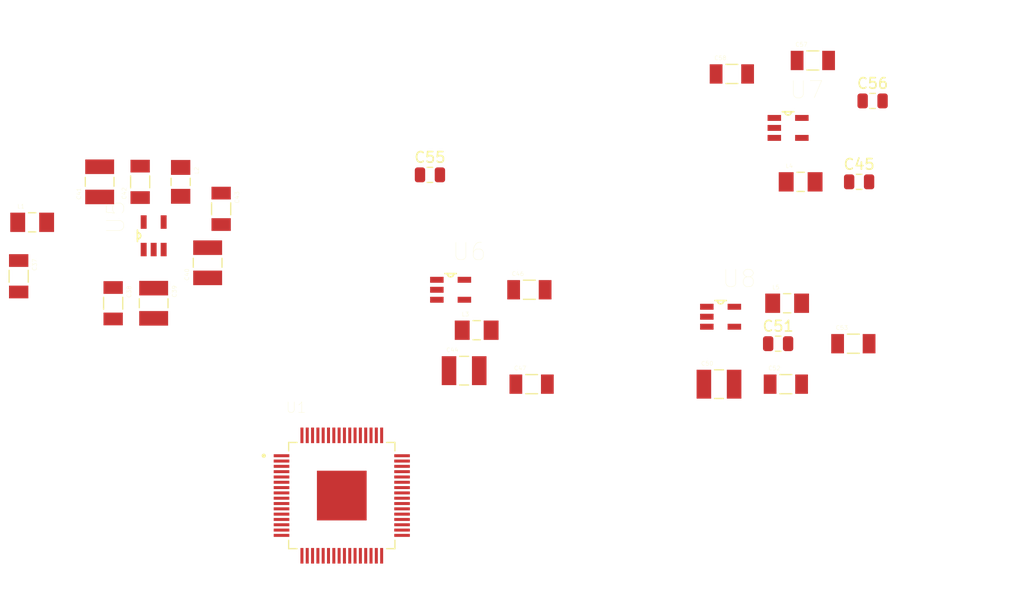
<source format=kicad_pcb>
(kicad_pcb (version 20171130) (host pcbnew 5.1.5-52549c5~84~ubuntu18.04.1)

  (general
    (thickness 1.6)
    (drawings 0)
    (tracks 0)
    (zones 0)
    (modules 29)
    (nets 82)
  )

  (page A4)
  (layers
    (0 F.Cu signal)
    (31 B.Cu signal)
    (32 B.Adhes user)
    (33 F.Adhes user)
    (34 B.Paste user)
    (35 F.Paste user)
    (36 B.SilkS user)
    (37 F.SilkS user)
    (38 B.Mask user)
    (39 F.Mask user)
    (40 Dwgs.User user)
    (41 Cmts.User user)
    (42 Eco1.User user)
    (43 Eco2.User user)
    (44 Edge.Cuts user)
    (45 Margin user)
    (46 B.CrtYd user)
    (47 F.CrtYd user)
    (48 B.Fab user)
    (49 F.Fab user)
  )

  (setup
    (last_trace_width 0.25)
    (trace_clearance 0.2)
    (zone_clearance 0.508)
    (zone_45_only no)
    (trace_min 0.2)
    (via_size 0.8)
    (via_drill 0.4)
    (via_min_size 0.4)
    (via_min_drill 0.3)
    (uvia_size 0.3)
    (uvia_drill 0.1)
    (uvias_allowed no)
    (uvia_min_size 0.2)
    (uvia_min_drill 0.1)
    (edge_width 0.05)
    (segment_width 0.2)
    (pcb_text_width 0.3)
    (pcb_text_size 1.5 1.5)
    (mod_edge_width 0.12)
    (mod_text_size 1 1)
    (mod_text_width 0.15)
    (pad_size 1.524 1.524)
    (pad_drill 0.762)
    (pad_to_mask_clearance 0.051)
    (solder_mask_min_width 0.25)
    (aux_axis_origin 0 0)
    (visible_elements FFFFFF7F)
    (pcbplotparams
      (layerselection 0x010fc_ffffffff)
      (usegerberextensions false)
      (usegerberattributes false)
      (usegerberadvancedattributes false)
      (creategerberjobfile false)
      (excludeedgelayer true)
      (linewidth 0.100000)
      (plotframeref false)
      (viasonmask false)
      (mode 1)
      (useauxorigin false)
      (hpglpennumber 1)
      (hpglpenspeed 20)
      (hpglpendiameter 15.000000)
      (psnegative false)
      (psa4output false)
      (plotreference true)
      (plotvalue true)
      (plotinvisibletext false)
      (padsonsilk false)
      (subtractmaskfromsilk false)
      (outputformat 1)
      (mirror false)
      (drillshape 1)
      (scaleselection 1)
      (outputdirectory ""))
  )

  (net 0 "")
  (net 1 "Net-(C40-Pad1)")
  (net 2 "Net-(C40-Pad2)")
  (net 3 "Net-(U1-Pad17)")
  (net 4 "Net-(U1-Pad18)")
  (net 5 "Net-(U1-Pad19)")
  (net 6 "Net-(U1-Pad20)")
  (net 7 "Net-(U1-Pad21)")
  (net 8 "Net-(U1-Pad22)")
  (net 9 "Net-(U1-Pad23)")
  (net 10 "Net-(U1-Pad24)")
  (net 11 "Net-(U1-Pad25)")
  (net 12 "Net-(U1-Pad26)")
  (net 13 "Net-(U1-Pad27)")
  (net 14 "Net-(U1-Pad28)")
  (net 15 "Net-(U1-Pad29)")
  (net 16 "Net-(U1-Pad30)")
  (net 17 "Net-(U1-Pad32)")
  (net 18 "Net-(U1-Pad49)")
  (net 19 "Net-(U1-Pad50)")
  (net 20 "Net-(U1-Pad51)")
  (net 21 "Net-(U1-Pad52)")
  (net 22 "Net-(U1-Pad53)")
  (net 23 "Net-(U1-Pad54)")
  (net 24 "Net-(U1-Pad55)")
  (net 25 "Net-(U1-Pad56)")
  (net 26 "Net-(U1-Pad57)")
  (net 27 "Net-(U1-Pad58)")
  (net 28 "Net-(U1-Pad59)")
  (net 29 "Net-(U1-Pad60)")
  (net 30 "Net-(U1-Pad61)")
  (net 31 "Net-(U1-Pad62)")
  (net 32 "Net-(U1-Pad63)")
  (net 33 "Net-(U1-Pad64)")
  (net 34 "Net-(U1-Pad1)")
  (net 35 "Net-(U1-Pad2)")
  (net 36 "Net-(U1-Pad3)")
  (net 37 "Net-(U1-Pad4)")
  (net 38 "Net-(U1-Pad5)")
  (net 39 "Net-(U1-Pad6)")
  (net 40 "Net-(U1-Pad7)")
  (net 41 "Net-(U1-Pad8)")
  (net 42 "Net-(U1-Pad9)")
  (net 43 "Net-(U1-Pad10)")
  (net 44 "Net-(U1-Pad11)")
  (net 45 "Net-(U1-Pad12)")
  (net 46 "Net-(U1-Pad13)")
  (net 47 "Net-(U1-Pad14)")
  (net 48 "Net-(U1-Pad15)")
  (net 49 "Net-(U1-Pad16)")
  (net 50 "Net-(U1-Pad33)")
  (net 51 "Net-(U1-Pad34)")
  (net 52 "Net-(U1-Pad35)")
  (net 53 "Net-(U1-Pad36)")
  (net 54 "Net-(U1-Pad37)")
  (net 55 "Net-(U1-Pad38)")
  (net 56 "Net-(U1-Pad39)")
  (net 57 "Net-(U1-Pad40)")
  (net 58 "Net-(U1-Pad41)")
  (net 59 "Net-(U1-Pad42)")
  (net 60 "Net-(U1-Pad43)")
  (net 61 "Net-(U1-Pad44)")
  (net 62 "Net-(U1-Pad45)")
  (net 63 "Net-(U1-Pad46)")
  (net 64 "Net-(U1-Pad47)")
  (net 65 "Net-(U1-Pad48)")
  (net 66 GNDA)
  (net 67 +5V)
  (net 68 "Net-(C38-Pad1)")
  (net 69 "Net-(C41-Pad1)")
  (net 70 TP4)
  (net 71 "Net-(C45-Pad1)")
  (net 72 TP5)
  (net 73 "Net-(C50-Pad2)")
  (net 74 "Net-(C51-Pad1)")
  (net 75 TP13)
  (net 76 "Net-(C56-Pad1)")
  (net 77 TP6)
  (net 78 "Net-(U6-Pad4)")
  (net 79 "Net-(U7-Pad5)")
  (net 80 "Net-(U7-Pad4)")
  (net 81 "Net-(U8-Pad4)")

  (net_class Default "This is the default net class."
    (clearance 0.2)
    (trace_width 0.25)
    (via_dia 0.8)
    (via_drill 0.4)
    (uvia_dia 0.3)
    (uvia_drill 0.1)
    (add_net +5V)
    (add_net GNDA)
    (add_net "Net-(C38-Pad1)")
    (add_net "Net-(C40-Pad1)")
    (add_net "Net-(C40-Pad2)")
    (add_net "Net-(C41-Pad1)")
    (add_net "Net-(C45-Pad1)")
    (add_net "Net-(C50-Pad2)")
    (add_net "Net-(C51-Pad1)")
    (add_net "Net-(C56-Pad1)")
    (add_net "Net-(U1-Pad1)")
    (add_net "Net-(U1-Pad10)")
    (add_net "Net-(U1-Pad11)")
    (add_net "Net-(U1-Pad12)")
    (add_net "Net-(U1-Pad13)")
    (add_net "Net-(U1-Pad14)")
    (add_net "Net-(U1-Pad15)")
    (add_net "Net-(U1-Pad16)")
    (add_net "Net-(U1-Pad17)")
    (add_net "Net-(U1-Pad18)")
    (add_net "Net-(U1-Pad19)")
    (add_net "Net-(U1-Pad2)")
    (add_net "Net-(U1-Pad20)")
    (add_net "Net-(U1-Pad21)")
    (add_net "Net-(U1-Pad22)")
    (add_net "Net-(U1-Pad23)")
    (add_net "Net-(U1-Pad24)")
    (add_net "Net-(U1-Pad25)")
    (add_net "Net-(U1-Pad26)")
    (add_net "Net-(U1-Pad27)")
    (add_net "Net-(U1-Pad28)")
    (add_net "Net-(U1-Pad29)")
    (add_net "Net-(U1-Pad3)")
    (add_net "Net-(U1-Pad30)")
    (add_net "Net-(U1-Pad32)")
    (add_net "Net-(U1-Pad33)")
    (add_net "Net-(U1-Pad34)")
    (add_net "Net-(U1-Pad35)")
    (add_net "Net-(U1-Pad36)")
    (add_net "Net-(U1-Pad37)")
    (add_net "Net-(U1-Pad38)")
    (add_net "Net-(U1-Pad39)")
    (add_net "Net-(U1-Pad4)")
    (add_net "Net-(U1-Pad40)")
    (add_net "Net-(U1-Pad41)")
    (add_net "Net-(U1-Pad42)")
    (add_net "Net-(U1-Pad43)")
    (add_net "Net-(U1-Pad44)")
    (add_net "Net-(U1-Pad45)")
    (add_net "Net-(U1-Pad46)")
    (add_net "Net-(U1-Pad47)")
    (add_net "Net-(U1-Pad48)")
    (add_net "Net-(U1-Pad49)")
    (add_net "Net-(U1-Pad5)")
    (add_net "Net-(U1-Pad50)")
    (add_net "Net-(U1-Pad51)")
    (add_net "Net-(U1-Pad52)")
    (add_net "Net-(U1-Pad53)")
    (add_net "Net-(U1-Pad54)")
    (add_net "Net-(U1-Pad55)")
    (add_net "Net-(U1-Pad56)")
    (add_net "Net-(U1-Pad57)")
    (add_net "Net-(U1-Pad58)")
    (add_net "Net-(U1-Pad59)")
    (add_net "Net-(U1-Pad6)")
    (add_net "Net-(U1-Pad60)")
    (add_net "Net-(U1-Pad61)")
    (add_net "Net-(U1-Pad62)")
    (add_net "Net-(U1-Pad63)")
    (add_net "Net-(U1-Pad64)")
    (add_net "Net-(U1-Pad7)")
    (add_net "Net-(U1-Pad8)")
    (add_net "Net-(U1-Pad9)")
    (add_net "Net-(U6-Pad4)")
    (add_net "Net-(U7-Pad4)")
    (add_net "Net-(U7-Pad5)")
    (add_net "Net-(U8-Pad4)")
    (add_net TP13)
    (add_net TP4)
    (add_net TP5)
    (add_net TP6)
  )

  (module "ecad models:SOT95P280X145-5N" (layer F.Cu) (tedit 5E2378A9) (tstamp 5E247125)
    (at 144.78 62.23)
    (path /5E2C23AA)
    (fp_text reference U8 (at 1.7538 -3.58384) (layer F.SilkS)
      (effects (font (size 1.641118 1.641118) (thickness 0.015)))
    )
    (fp_text value TPS73201DBVT (at 13.23152 3.409665) (layer F.Fab)
      (effects (font (size 1.642921 1.642921) (thickness 0.015)))
    )
    (fp_arc (start 0 -1.524) (end -0.3048 -1.524) (angle -180) (layer F.Fab) (width 0.1))
    (fp_line (start 1.4986 -1.1938) (end 0.8636 -1.1938) (layer F.Fab) (width 0.1))
    (fp_line (start 1.4986 -0.7112) (end 1.4986 -1.1938) (layer F.Fab) (width 0.1))
    (fp_line (start 0.8636 -0.7112) (end 1.4986 -0.7112) (layer F.Fab) (width 0.1))
    (fp_line (start 0.8636 -1.1938) (end 0.8636 -0.7112) (layer F.Fab) (width 0.1))
    (fp_line (start 0.8636 -1.524) (end 0.8636 -1.1938) (layer F.Fab) (width 0.1))
    (fp_line (start 1.4986 0.7112) (end 0.8636 0.7112) (layer F.Fab) (width 0.1))
    (fp_line (start 1.4986 1.1938) (end 1.4986 0.7112) (layer F.Fab) (width 0.1))
    (fp_line (start 0.8636 1.1938) (end 1.4986 1.1938) (layer F.Fab) (width 0.1))
    (fp_line (start -1.4986 1.1938) (end -0.8636 1.1938) (layer F.Fab) (width 0.1))
    (fp_line (start -1.4986 0.7112) (end -1.4986 1.1938) (layer F.Fab) (width 0.1))
    (fp_line (start -0.8636 0.7112) (end -1.4986 0.7112) (layer F.Fab) (width 0.1))
    (fp_line (start -0.8636 1.1938) (end -0.8636 0.7112) (layer F.Fab) (width 0.1))
    (fp_line (start -0.8636 1.524) (end -0.8636 1.1938) (layer F.Fab) (width 0.1))
    (fp_line (start -1.4986 0.254) (end -0.8636 0.254) (layer F.Fab) (width 0.1))
    (fp_line (start -1.4986 -0.254) (end -1.4986 0.254) (layer F.Fab) (width 0.1))
    (fp_line (start -0.8636 -0.254) (end -1.4986 -0.254) (layer F.Fab) (width 0.1))
    (fp_line (start -1.4986 -0.7112) (end -0.8636 -0.7112) (layer F.Fab) (width 0.1))
    (fp_line (start -1.4986 -1.1938) (end -1.4986 -0.7112) (layer F.Fab) (width 0.1))
    (fp_line (start -0.8636 -1.1938) (end -1.4986 -1.1938) (layer F.Fab) (width 0.1))
    (fp_line (start -0.8636 0.254) (end -0.8636 0.7112) (layer F.Fab) (width 0.1))
    (fp_line (start -0.8636 -0.254) (end -0.8636 0.254) (layer F.Fab) (width 0.1))
    (fp_line (start -0.8636 -0.7112) (end -0.8636 -0.254) (layer F.Fab) (width 0.1))
    (fp_line (start -0.8636 -1.1938) (end -0.8636 -0.7112) (layer F.Fab) (width 0.1))
    (fp_line (start -0.8636 -1.524) (end -0.8636 -1.1938) (layer F.Fab) (width 0.1))
    (fp_line (start -0.3048 -1.524) (end -0.8636 -1.524) (layer F.Fab) (width 0.1))
    (fp_line (start 0.3048 -1.524) (end -0.3048 -1.524) (layer F.Fab) (width 0.1))
    (fp_line (start 0.8636 -1.524) (end 0.3048 -1.524) (layer F.Fab) (width 0.1))
    (fp_line (start 0.8636 0.7112) (end 0.8636 -0.7112) (layer F.Fab) (width 0.1))
    (fp_line (start 0.8636 1.1938) (end 0.8636 0.7112) (layer F.Fab) (width 0.1))
    (fp_line (start 0.8636 1.524) (end 0.8636 1.1938) (layer F.Fab) (width 0.1))
    (fp_line (start -0.8636 1.524) (end 0.8636 1.524) (layer F.Fab) (width 0.1))
    (fp_arc (start 0 -1.524) (end -0.3048 -1.524) (angle -180) (layer F.SilkS) (width 0.1524))
    (fp_line (start -0.3048 -1.524) (end -0.5334 -1.524) (layer F.SilkS) (width 0.1524))
    (fp_line (start 0.3048 -1.524) (end -0.3048 -1.524) (layer F.SilkS) (width 0.1524))
    (fp_line (start 0.5334 -1.524) (end 0.3048 -1.524) (layer F.SilkS) (width 0.1524))
    (pad 5 smd rect (at 1.2954 -0.9398) (size 1.27 0.5588) (layers F.Cu F.Paste F.Mask)
      (net 74 "Net-(C51-Pad1)"))
    (pad 4 smd rect (at 1.2954 0.9398) (size 1.27 0.5588) (layers F.Cu F.Paste F.Mask)
      (net 81 "Net-(U8-Pad4)"))
    (pad 3 smd rect (at -1.2954 0.9398) (size 1.27 0.5588) (layers F.Cu F.Paste F.Mask)
      (net 68 "Net-(C38-Pad1)"))
    (pad 2 smd rect (at -1.2954 0) (size 1.27 0.5588) (layers F.Cu F.Paste F.Mask)
      (net 66 GNDA))
    (pad 1 smd rect (at -1.2954 -0.9398) (size 1.27 0.5588) (layers F.Cu F.Paste F.Mask)
      (net 68 "Net-(C38-Pad1)"))
  )

  (module "ecad models:SOT95P280X145-5N" (layer F.Cu) (tedit 5E2378A9) (tstamp 5E24736D)
    (at 151.13 44.45)
    (path /5E2C1087)
    (fp_text reference U7 (at 1.7538 -3.58384) (layer F.SilkS)
      (effects (font (size 1.641118 1.641118) (thickness 0.015)))
    )
    (fp_text value TPS72301DBVT (at 13.23152 3.409665) (layer F.Fab)
      (effects (font (size 1.642921 1.642921) (thickness 0.015)))
    )
    (fp_arc (start 0 -1.524) (end -0.3048 -1.524) (angle -180) (layer F.Fab) (width 0.1))
    (fp_line (start 1.4986 -1.1938) (end 0.8636 -1.1938) (layer F.Fab) (width 0.1))
    (fp_line (start 1.4986 -0.7112) (end 1.4986 -1.1938) (layer F.Fab) (width 0.1))
    (fp_line (start 0.8636 -0.7112) (end 1.4986 -0.7112) (layer F.Fab) (width 0.1))
    (fp_line (start 0.8636 -1.1938) (end 0.8636 -0.7112) (layer F.Fab) (width 0.1))
    (fp_line (start 0.8636 -1.524) (end 0.8636 -1.1938) (layer F.Fab) (width 0.1))
    (fp_line (start 1.4986 0.7112) (end 0.8636 0.7112) (layer F.Fab) (width 0.1))
    (fp_line (start 1.4986 1.1938) (end 1.4986 0.7112) (layer F.Fab) (width 0.1))
    (fp_line (start 0.8636 1.1938) (end 1.4986 1.1938) (layer F.Fab) (width 0.1))
    (fp_line (start -1.4986 1.1938) (end -0.8636 1.1938) (layer F.Fab) (width 0.1))
    (fp_line (start -1.4986 0.7112) (end -1.4986 1.1938) (layer F.Fab) (width 0.1))
    (fp_line (start -0.8636 0.7112) (end -1.4986 0.7112) (layer F.Fab) (width 0.1))
    (fp_line (start -0.8636 1.1938) (end -0.8636 0.7112) (layer F.Fab) (width 0.1))
    (fp_line (start -0.8636 1.524) (end -0.8636 1.1938) (layer F.Fab) (width 0.1))
    (fp_line (start -1.4986 0.254) (end -0.8636 0.254) (layer F.Fab) (width 0.1))
    (fp_line (start -1.4986 -0.254) (end -1.4986 0.254) (layer F.Fab) (width 0.1))
    (fp_line (start -0.8636 -0.254) (end -1.4986 -0.254) (layer F.Fab) (width 0.1))
    (fp_line (start -1.4986 -0.7112) (end -0.8636 -0.7112) (layer F.Fab) (width 0.1))
    (fp_line (start -1.4986 -1.1938) (end -1.4986 -0.7112) (layer F.Fab) (width 0.1))
    (fp_line (start -0.8636 -1.1938) (end -1.4986 -1.1938) (layer F.Fab) (width 0.1))
    (fp_line (start -0.8636 0.254) (end -0.8636 0.7112) (layer F.Fab) (width 0.1))
    (fp_line (start -0.8636 -0.254) (end -0.8636 0.254) (layer F.Fab) (width 0.1))
    (fp_line (start -0.8636 -0.7112) (end -0.8636 -0.254) (layer F.Fab) (width 0.1))
    (fp_line (start -0.8636 -1.1938) (end -0.8636 -0.7112) (layer F.Fab) (width 0.1))
    (fp_line (start -0.8636 -1.524) (end -0.8636 -1.1938) (layer F.Fab) (width 0.1))
    (fp_line (start -0.3048 -1.524) (end -0.8636 -1.524) (layer F.Fab) (width 0.1))
    (fp_line (start 0.3048 -1.524) (end -0.3048 -1.524) (layer F.Fab) (width 0.1))
    (fp_line (start 0.8636 -1.524) (end 0.3048 -1.524) (layer F.Fab) (width 0.1))
    (fp_line (start 0.8636 0.7112) (end 0.8636 -0.7112) (layer F.Fab) (width 0.1))
    (fp_line (start 0.8636 1.1938) (end 0.8636 0.7112) (layer F.Fab) (width 0.1))
    (fp_line (start 0.8636 1.524) (end 0.8636 1.1938) (layer F.Fab) (width 0.1))
    (fp_line (start -0.8636 1.524) (end 0.8636 1.524) (layer F.Fab) (width 0.1))
    (fp_arc (start 0 -1.524) (end -0.3048 -1.524) (angle -180) (layer F.SilkS) (width 0.1524))
    (fp_line (start -0.3048 -1.524) (end -0.5334 -1.524) (layer F.SilkS) (width 0.1524))
    (fp_line (start 0.3048 -1.524) (end -0.3048 -1.524) (layer F.SilkS) (width 0.1524))
    (fp_line (start 0.5334 -1.524) (end 0.3048 -1.524) (layer F.SilkS) (width 0.1524))
    (pad 5 smd rect (at 1.2954 -0.9398) (size 1.27 0.5588) (layers F.Cu F.Paste F.Mask)
      (net 79 "Net-(U7-Pad5)"))
    (pad 4 smd rect (at 1.2954 0.9398) (size 1.27 0.5588) (layers F.Cu F.Paste F.Mask)
      (net 80 "Net-(U7-Pad4)"))
    (pad 3 smd rect (at -1.2954 0.9398) (size 1.27 0.5588) (layers F.Cu F.Paste F.Mask)
      (net 70 TP4))
    (pad 2 smd rect (at -1.2954 0) (size 1.27 0.5588) (layers F.Cu F.Paste F.Mask)
      (net 70 TP4))
    (pad 1 smd rect (at -1.2954 -0.9398) (size 1.27 0.5588) (layers F.Cu F.Paste F.Mask)
      (net 66 GNDA))
  )

  (module "ecad models:SOT95P280X145-5N" (layer F.Cu) (tedit 5E2378A9) (tstamp 5E2470CB)
    (at 119.38 59.69)
    (path /5E28EF61)
    (fp_text reference U6 (at 1.7538 -3.58384) (layer F.SilkS)
      (effects (font (size 1.641118 1.641118) (thickness 0.015)))
    )
    (fp_text value TPS73230DBVT (at 13.23152 3.409665) (layer F.Fab)
      (effects (font (size 1.642921 1.642921) (thickness 0.015)))
    )
    (fp_arc (start 0 -1.524) (end -0.3048 -1.524) (angle -180) (layer F.Fab) (width 0.1))
    (fp_line (start 1.4986 -1.1938) (end 0.8636 -1.1938) (layer F.Fab) (width 0.1))
    (fp_line (start 1.4986 -0.7112) (end 1.4986 -1.1938) (layer F.Fab) (width 0.1))
    (fp_line (start 0.8636 -0.7112) (end 1.4986 -0.7112) (layer F.Fab) (width 0.1))
    (fp_line (start 0.8636 -1.1938) (end 0.8636 -0.7112) (layer F.Fab) (width 0.1))
    (fp_line (start 0.8636 -1.524) (end 0.8636 -1.1938) (layer F.Fab) (width 0.1))
    (fp_line (start 1.4986 0.7112) (end 0.8636 0.7112) (layer F.Fab) (width 0.1))
    (fp_line (start 1.4986 1.1938) (end 1.4986 0.7112) (layer F.Fab) (width 0.1))
    (fp_line (start 0.8636 1.1938) (end 1.4986 1.1938) (layer F.Fab) (width 0.1))
    (fp_line (start -1.4986 1.1938) (end -0.8636 1.1938) (layer F.Fab) (width 0.1))
    (fp_line (start -1.4986 0.7112) (end -1.4986 1.1938) (layer F.Fab) (width 0.1))
    (fp_line (start -0.8636 0.7112) (end -1.4986 0.7112) (layer F.Fab) (width 0.1))
    (fp_line (start -0.8636 1.1938) (end -0.8636 0.7112) (layer F.Fab) (width 0.1))
    (fp_line (start -0.8636 1.524) (end -0.8636 1.1938) (layer F.Fab) (width 0.1))
    (fp_line (start -1.4986 0.254) (end -0.8636 0.254) (layer F.Fab) (width 0.1))
    (fp_line (start -1.4986 -0.254) (end -1.4986 0.254) (layer F.Fab) (width 0.1))
    (fp_line (start -0.8636 -0.254) (end -1.4986 -0.254) (layer F.Fab) (width 0.1))
    (fp_line (start -1.4986 -0.7112) (end -0.8636 -0.7112) (layer F.Fab) (width 0.1))
    (fp_line (start -1.4986 -1.1938) (end -1.4986 -0.7112) (layer F.Fab) (width 0.1))
    (fp_line (start -0.8636 -1.1938) (end -1.4986 -1.1938) (layer F.Fab) (width 0.1))
    (fp_line (start -0.8636 0.254) (end -0.8636 0.7112) (layer F.Fab) (width 0.1))
    (fp_line (start -0.8636 -0.254) (end -0.8636 0.254) (layer F.Fab) (width 0.1))
    (fp_line (start -0.8636 -0.7112) (end -0.8636 -0.254) (layer F.Fab) (width 0.1))
    (fp_line (start -0.8636 -1.1938) (end -0.8636 -0.7112) (layer F.Fab) (width 0.1))
    (fp_line (start -0.8636 -1.524) (end -0.8636 -1.1938) (layer F.Fab) (width 0.1))
    (fp_line (start -0.3048 -1.524) (end -0.8636 -1.524) (layer F.Fab) (width 0.1))
    (fp_line (start 0.3048 -1.524) (end -0.3048 -1.524) (layer F.Fab) (width 0.1))
    (fp_line (start 0.8636 -1.524) (end 0.3048 -1.524) (layer F.Fab) (width 0.1))
    (fp_line (start 0.8636 0.7112) (end 0.8636 -0.7112) (layer F.Fab) (width 0.1))
    (fp_line (start 0.8636 1.1938) (end 0.8636 0.7112) (layer F.Fab) (width 0.1))
    (fp_line (start 0.8636 1.524) (end 0.8636 1.1938) (layer F.Fab) (width 0.1))
    (fp_line (start -0.8636 1.524) (end 0.8636 1.524) (layer F.Fab) (width 0.1))
    (fp_arc (start 0 -1.524) (end -0.3048 -1.524) (angle -180) (layer F.SilkS) (width 0.1524))
    (fp_line (start -0.3048 -1.524) (end -0.5334 -1.524) (layer F.SilkS) (width 0.1524))
    (fp_line (start 0.3048 -1.524) (end -0.3048 -1.524) (layer F.SilkS) (width 0.1524))
    (fp_line (start 0.5334 -1.524) (end 0.3048 -1.524) (layer F.SilkS) (width 0.1524))
    (pad 5 smd rect (at 1.2954 -0.9398) (size 1.27 0.5588) (layers F.Cu F.Paste F.Mask)
      (net 71 "Net-(C45-Pad1)"))
    (pad 4 smd rect (at 1.2954 0.9398) (size 1.27 0.5588) (layers F.Cu F.Paste F.Mask)
      (net 78 "Net-(U6-Pad4)"))
    (pad 3 smd rect (at -1.2954 0.9398) (size 1.27 0.5588) (layers F.Cu F.Paste F.Mask)
      (net 68 "Net-(C38-Pad1)"))
    (pad 2 smd rect (at -1.2954 0) (size 1.27 0.5588) (layers F.Cu F.Paste F.Mask)
      (net 66 GNDA))
    (pad 1 smd rect (at -1.2954 -0.9398) (size 1.27 0.5588) (layers F.Cu F.Paste F.Mask)
      (net 68 "Net-(C38-Pad1)"))
  )

  (module "ecad models:CAPC3216X180N" (layer F.Cu) (tedit 5E238096) (tstamp 5E246F26)
    (at 145.839 39.37)
    (path /5E2FA277)
    (fp_text reference C58 (at -1.08 -1.5) (layer F.SilkS)
      (effects (font (size 0.393701 0.393701) (thickness 0.015)))
    )
    (fp_text value 10UF (at 0.92 1.5) (layer F.Fab)
      (effects (font (size 0.393701 0.393701) (thickness 0.015)))
    )
    (fp_line (start 2.331 1.158) (end 2.331 -1.158) (layer F.CrtYd) (width 0.05))
    (fp_line (start -2.331 1.158) (end -2.331 -1.158) (layer F.CrtYd) (width 0.05))
    (fp_line (start -2.331 -1.158) (end 2.331 -1.158) (layer F.CrtYd) (width 0.05))
    (fp_line (start -2.331 1.158) (end 2.331 1.158) (layer F.CrtYd) (width 0.05))
    (fp_line (start -0.56 0.9) (end 0.56 0.9) (layer F.SilkS) (width 0.127))
    (fp_line (start -0.56 -0.9) (end 0.56 -0.9) (layer F.SilkS) (width 0.127))
    (fp_line (start -1.73 0.9) (end -1.73 -0.9) (layer F.Fab) (width 0.127))
    (fp_line (start 1.73 0.9) (end 1.73 -0.9) (layer F.Fab) (width 0.127))
    (fp_line (start 1.73 -0.9) (end -1.73 -0.9) (layer F.Fab) (width 0.127))
    (fp_line (start 1.73 0.9) (end -1.73 0.9) (layer F.Fab) (width 0.127))
    (pad 2 smd rect (at 1.481 0) (size 1.2 1.82) (layers F.Cu F.Paste F.Mask)
      (net 66 GNDA))
    (pad 1 smd rect (at -1.481 0) (size 1.2 1.82) (layers F.Cu F.Paste F.Mask)
      (net 77 TP6))
  )

  (module "ecad models:CAPC3216X180N" (layer F.Cu) (tedit 5E238096) (tstamp 5E246F16)
    (at 153.459 38.1)
    (path /5E2FA271)
    (fp_text reference C57 (at -1.08 -1.5) (layer F.SilkS)
      (effects (font (size 0.393701 0.393701) (thickness 0.015)))
    )
    (fp_text value 10UF (at 0.92 1.5) (layer F.Fab)
      (effects (font (size 0.393701 0.393701) (thickness 0.015)))
    )
    (fp_line (start 2.331 1.158) (end 2.331 -1.158) (layer F.CrtYd) (width 0.05))
    (fp_line (start -2.331 1.158) (end -2.331 -1.158) (layer F.CrtYd) (width 0.05))
    (fp_line (start -2.331 -1.158) (end 2.331 -1.158) (layer F.CrtYd) (width 0.05))
    (fp_line (start -2.331 1.158) (end 2.331 1.158) (layer F.CrtYd) (width 0.05))
    (fp_line (start -0.56 0.9) (end 0.56 0.9) (layer F.SilkS) (width 0.127))
    (fp_line (start -0.56 -0.9) (end 0.56 -0.9) (layer F.SilkS) (width 0.127))
    (fp_line (start -1.73 0.9) (end -1.73 -0.9) (layer F.Fab) (width 0.127))
    (fp_line (start 1.73 0.9) (end 1.73 -0.9) (layer F.Fab) (width 0.127))
    (fp_line (start 1.73 -0.9) (end -1.73 -0.9) (layer F.Fab) (width 0.127))
    (fp_line (start 1.73 0.9) (end -1.73 0.9) (layer F.Fab) (width 0.127))
    (pad 2 smd rect (at 1.481 0) (size 1.2 1.82) (layers F.Cu F.Paste F.Mask)
      (net 66 GNDA))
    (pad 1 smd rect (at -1.481 0) (size 1.2 1.82) (layers F.Cu F.Paste F.Mask)
      (net 76 "Net-(C56-Pad1)"))
  )

  (module Capacitor_SMD:C_0805_2012Metric (layer F.Cu) (tedit 5B36C52B) (tstamp 5E246F06)
    (at 159.0825 41.91)
    (descr "Capacitor SMD 0805 (2012 Metric), square (rectangular) end terminal, IPC_7351 nominal, (Body size source: https://docs.google.com/spreadsheets/d/1BsfQQcO9C6DZCsRaXUlFlo91Tg2WpOkGARC1WS5S8t0/edit?usp=sharing), generated with kicad-footprint-generator")
    (tags capacitor)
    (path /5E311502)
    (attr smd)
    (fp_text reference C56 (at 0 -1.65) (layer F.SilkS)
      (effects (font (size 1 1) (thickness 0.15)))
    )
    (fp_text value 2.2UF (at 0 1.65) (layer F.Fab)
      (effects (font (size 1 1) (thickness 0.15)))
    )
    (fp_text user %R (at 0 0) (layer F.Fab)
      (effects (font (size 0.5 0.5) (thickness 0.08)))
    )
    (fp_line (start 1.68 0.95) (end -1.68 0.95) (layer F.CrtYd) (width 0.05))
    (fp_line (start 1.68 -0.95) (end 1.68 0.95) (layer F.CrtYd) (width 0.05))
    (fp_line (start -1.68 -0.95) (end 1.68 -0.95) (layer F.CrtYd) (width 0.05))
    (fp_line (start -1.68 0.95) (end -1.68 -0.95) (layer F.CrtYd) (width 0.05))
    (fp_line (start -0.258578 0.71) (end 0.258578 0.71) (layer F.SilkS) (width 0.12))
    (fp_line (start -0.258578 -0.71) (end 0.258578 -0.71) (layer F.SilkS) (width 0.12))
    (fp_line (start 1 0.6) (end -1 0.6) (layer F.Fab) (width 0.1))
    (fp_line (start 1 -0.6) (end 1 0.6) (layer F.Fab) (width 0.1))
    (fp_line (start -1 -0.6) (end 1 -0.6) (layer F.Fab) (width 0.1))
    (fp_line (start -1 0.6) (end -1 -0.6) (layer F.Fab) (width 0.1))
    (pad 2 smd roundrect (at 0.9375 0) (size 0.975 1.4) (layers F.Cu F.Paste F.Mask) (roundrect_rratio 0.25)
      (net 66 GNDA))
    (pad 1 smd roundrect (at -0.9375 0) (size 0.975 1.4) (layers F.Cu F.Paste F.Mask) (roundrect_rratio 0.25)
      (net 76 "Net-(C56-Pad1)"))
    (model ${KISYS3DMOD}/Capacitor_SMD.3dshapes/C_0805_2012Metric.wrl
      (at (xyz 0 0 0))
      (scale (xyz 1 1 1))
      (rotate (xyz 0 0 0))
    )
  )

  (module Capacitor_SMD:C_0805_2012Metric (layer F.Cu) (tedit 5B36C52B) (tstamp 5E246EF5)
    (at 117.435 48.872)
    (descr "Capacitor SMD 0805 (2012 Metric), square (rectangular) end terminal, IPC_7351 nominal, (Body size source: https://docs.google.com/spreadsheets/d/1BsfQQcO9C6DZCsRaXUlFlo91Tg2WpOkGARC1WS5S8t0/edit?usp=sharing), generated with kicad-footprint-generator")
    (tags capacitor)
    (path /5E31091D)
    (attr smd)
    (fp_text reference C55 (at 0 -1.65) (layer F.SilkS)
      (effects (font (size 1 1) (thickness 0.15)))
    )
    (fp_text value 2.2UF (at 0 1.65) (layer F.Fab)
      (effects (font (size 1 1) (thickness 0.15)))
    )
    (fp_text user %R (at 0 0) (layer F.Fab)
      (effects (font (size 0.5 0.5) (thickness 0.08)))
    )
    (fp_line (start 1.68 0.95) (end -1.68 0.95) (layer F.CrtYd) (width 0.05))
    (fp_line (start 1.68 -0.95) (end 1.68 0.95) (layer F.CrtYd) (width 0.05))
    (fp_line (start -1.68 -0.95) (end 1.68 -0.95) (layer F.CrtYd) (width 0.05))
    (fp_line (start -1.68 0.95) (end -1.68 -0.95) (layer F.CrtYd) (width 0.05))
    (fp_line (start -0.258578 0.71) (end 0.258578 0.71) (layer F.SilkS) (width 0.12))
    (fp_line (start -0.258578 -0.71) (end 0.258578 -0.71) (layer F.SilkS) (width 0.12))
    (fp_line (start 1 0.6) (end -1 0.6) (layer F.Fab) (width 0.1))
    (fp_line (start 1 -0.6) (end 1 0.6) (layer F.Fab) (width 0.1))
    (fp_line (start -1 -0.6) (end 1 -0.6) (layer F.Fab) (width 0.1))
    (fp_line (start -1 0.6) (end -1 -0.6) (layer F.Fab) (width 0.1))
    (pad 2 smd roundrect (at 0.9375 0) (size 0.975 1.4) (layers F.Cu F.Paste F.Mask) (roundrect_rratio 0.25)
      (net 66 GNDA))
    (pad 1 smd roundrect (at -0.9375 0) (size 0.975 1.4) (layers F.Cu F.Paste F.Mask) (roundrect_rratio 0.25)
      (net 70 TP4))
    (model ${KISYS3DMOD}/Capacitor_SMD.3dshapes/C_0805_2012Metric.wrl
      (at (xyz 0 0 0))
      (scale (xyz 1 1 1))
      (rotate (xyz 0 0 0))
    )
  )

  (module "ecad models:CAPC3216X180N" (layer F.Cu) (tedit 5E238096) (tstamp 5E246EE4)
    (at 157.269 64.77)
    (path /5E2D8C84)
    (fp_text reference C53 (at -1.08 -1.5) (layer F.SilkS)
      (effects (font (size 0.393701 0.393701) (thickness 0.015)))
    )
    (fp_text value 10UF (at 0.92 1.5) (layer F.Fab)
      (effects (font (size 0.393701 0.393701) (thickness 0.015)))
    )
    (fp_line (start 2.331 1.158) (end 2.331 -1.158) (layer F.CrtYd) (width 0.05))
    (fp_line (start -2.331 1.158) (end -2.331 -1.158) (layer F.CrtYd) (width 0.05))
    (fp_line (start -2.331 -1.158) (end 2.331 -1.158) (layer F.CrtYd) (width 0.05))
    (fp_line (start -2.331 1.158) (end 2.331 1.158) (layer F.CrtYd) (width 0.05))
    (fp_line (start -0.56 0.9) (end 0.56 0.9) (layer F.SilkS) (width 0.127))
    (fp_line (start -0.56 -0.9) (end 0.56 -0.9) (layer F.SilkS) (width 0.127))
    (fp_line (start -1.73 0.9) (end -1.73 -0.9) (layer F.Fab) (width 0.127))
    (fp_line (start 1.73 0.9) (end 1.73 -0.9) (layer F.Fab) (width 0.127))
    (fp_line (start 1.73 -0.9) (end -1.73 -0.9) (layer F.Fab) (width 0.127))
    (fp_line (start 1.73 0.9) (end -1.73 0.9) (layer F.Fab) (width 0.127))
    (pad 2 smd rect (at 1.481 0) (size 1.2 1.82) (layers F.Cu F.Paste F.Mask)
      (net 66 GNDA))
    (pad 1 smd rect (at -1.481 0) (size 1.2 1.82) (layers F.Cu F.Paste F.Mask)
      (net 75 TP13))
  )

  (module "ecad models:CAPC3216X180N" (layer F.Cu) (tedit 5E238096) (tstamp 5E246ED4)
    (at 150.919 68.58)
    (path /5E2D8C7E)
    (fp_text reference C52 (at -1.08 -1.5) (layer F.SilkS)
      (effects (font (size 0.393701 0.393701) (thickness 0.015)))
    )
    (fp_text value 10UF (at 0.92 1.5) (layer F.Fab)
      (effects (font (size 0.393701 0.393701) (thickness 0.015)))
    )
    (fp_line (start 2.331 1.158) (end 2.331 -1.158) (layer F.CrtYd) (width 0.05))
    (fp_line (start -2.331 1.158) (end -2.331 -1.158) (layer F.CrtYd) (width 0.05))
    (fp_line (start -2.331 -1.158) (end 2.331 -1.158) (layer F.CrtYd) (width 0.05))
    (fp_line (start -2.331 1.158) (end 2.331 1.158) (layer F.CrtYd) (width 0.05))
    (fp_line (start -0.56 0.9) (end 0.56 0.9) (layer F.SilkS) (width 0.127))
    (fp_line (start -0.56 -0.9) (end 0.56 -0.9) (layer F.SilkS) (width 0.127))
    (fp_line (start -1.73 0.9) (end -1.73 -0.9) (layer F.Fab) (width 0.127))
    (fp_line (start 1.73 0.9) (end 1.73 -0.9) (layer F.Fab) (width 0.127))
    (fp_line (start 1.73 -0.9) (end -1.73 -0.9) (layer F.Fab) (width 0.127))
    (fp_line (start 1.73 0.9) (end -1.73 0.9) (layer F.Fab) (width 0.127))
    (pad 2 smd rect (at 1.481 0) (size 1.2 1.82) (layers F.Cu F.Paste F.Mask)
      (net 66 GNDA))
    (pad 1 smd rect (at -1.481 0) (size 1.2 1.82) (layers F.Cu F.Paste F.Mask)
      (net 74 "Net-(C51-Pad1)"))
  )

  (module Capacitor_SMD:C_0805_2012Metric (layer F.Cu) (tedit 5B36C52B) (tstamp 5E246EC4)
    (at 150.1925 64.77)
    (descr "Capacitor SMD 0805 (2012 Metric), square (rectangular) end terminal, IPC_7351 nominal, (Body size source: https://docs.google.com/spreadsheets/d/1BsfQQcO9C6DZCsRaXUlFlo91Tg2WpOkGARC1WS5S8t0/edit?usp=sharing), generated with kicad-footprint-generator")
    (tags capacitor)
    (path /5E311E19)
    (attr smd)
    (fp_text reference C51 (at 0 -1.65) (layer F.SilkS)
      (effects (font (size 1 1) (thickness 0.15)))
    )
    (fp_text value 2.2UF (at 0 1.65) (layer F.Fab)
      (effects (font (size 1 1) (thickness 0.15)))
    )
    (fp_text user %R (at 0 0) (layer F.Fab)
      (effects (font (size 0.5 0.5) (thickness 0.08)))
    )
    (fp_line (start 1.68 0.95) (end -1.68 0.95) (layer F.CrtYd) (width 0.05))
    (fp_line (start 1.68 -0.95) (end 1.68 0.95) (layer F.CrtYd) (width 0.05))
    (fp_line (start -1.68 -0.95) (end 1.68 -0.95) (layer F.CrtYd) (width 0.05))
    (fp_line (start -1.68 0.95) (end -1.68 -0.95) (layer F.CrtYd) (width 0.05))
    (fp_line (start -0.258578 0.71) (end 0.258578 0.71) (layer F.SilkS) (width 0.12))
    (fp_line (start -0.258578 -0.71) (end 0.258578 -0.71) (layer F.SilkS) (width 0.12))
    (fp_line (start 1 0.6) (end -1 0.6) (layer F.Fab) (width 0.1))
    (fp_line (start 1 -0.6) (end 1 0.6) (layer F.Fab) (width 0.1))
    (fp_line (start -1 -0.6) (end 1 -0.6) (layer F.Fab) (width 0.1))
    (fp_line (start -1 0.6) (end -1 -0.6) (layer F.Fab) (width 0.1))
    (pad 2 smd roundrect (at 0.9375 0) (size 0.975 1.4) (layers F.Cu F.Paste F.Mask) (roundrect_rratio 0.25)
      (net 66 GNDA))
    (pad 1 smd roundrect (at -0.9375 0) (size 0.975 1.4) (layers F.Cu F.Paste F.Mask) (roundrect_rratio 0.25)
      (net 74 "Net-(C51-Pad1)"))
    (model ${KISYS3DMOD}/Capacitor_SMD.3dshapes/C_0805_2012Metric.wrl
      (at (xyz 0 0 0))
      (scale (xyz 1 1 1))
      (rotate (xyz 0 0 0))
    )
  )

  (module "ecad models:CAPC3225X210N" (layer F.Cu) (tedit 5E237B61) (tstamp 5E246EB3)
    (at 144.629 68.58)
    (path /5E2C2DFD)
    (fp_text reference C50 (at -1.11 -1.95) (layer F.SilkS)
      (effects (font (size 0.393701 0.393701) (thickness 0.015)))
    )
    (fp_text value 1UF (at 0.89 1.95) (layer F.Fab)
      (effects (font (size 0.393701 0.393701) (thickness 0.015)))
    )
    (fp_line (start 2.355 1.608) (end 2.355 -1.608) (layer F.CrtYd) (width 0.05))
    (fp_line (start -2.355 1.608) (end -2.355 -1.608) (layer F.CrtYd) (width 0.05))
    (fp_line (start -2.355 -1.608) (end 2.355 -1.608) (layer F.CrtYd) (width 0.05))
    (fp_line (start -2.355 1.608) (end 2.355 1.608) (layer F.CrtYd) (width 0.05))
    (fp_line (start -0.42 1.35) (end 0.42 1.35) (layer F.SilkS) (width 0.127))
    (fp_line (start -0.42 -1.35) (end 0.42 -1.35) (layer F.SilkS) (width 0.127))
    (fp_line (start -1.75 1.35) (end -1.75 -1.35) (layer F.Fab) (width 0.127))
    (fp_line (start 1.75 1.35) (end 1.75 -1.35) (layer F.Fab) (width 0.127))
    (fp_line (start 1.75 -1.35) (end -1.75 -1.35) (layer F.Fab) (width 0.127))
    (fp_line (start 1.75 1.35) (end -1.75 1.35) (layer F.Fab) (width 0.127))
    (pad 2 smd rect (at 1.421 0) (size 1.37 2.72) (layers F.Cu F.Paste F.Mask)
      (net 73 "Net-(C50-Pad2)"))
    (pad 1 smd rect (at -1.421 0) (size 1.37 2.72) (layers F.Cu F.Paste F.Mask)
      (net 68 "Net-(C38-Pad1)"))
  )

  (module "ecad models:CAPC3216X180N" (layer F.Cu) (tedit 5E238096) (tstamp 5E246EA3)
    (at 127 68.58)
    (path /5E2AB1DA)
    (fp_text reference C47 (at -1.08 -1.5) (layer F.SilkS)
      (effects (font (size 0.393701 0.393701) (thickness 0.015)))
    )
    (fp_text value 10UF (at 0.92 1.5) (layer F.Fab)
      (effects (font (size 0.393701 0.393701) (thickness 0.015)))
    )
    (fp_line (start 2.331 1.158) (end 2.331 -1.158) (layer F.CrtYd) (width 0.05))
    (fp_line (start -2.331 1.158) (end -2.331 -1.158) (layer F.CrtYd) (width 0.05))
    (fp_line (start -2.331 -1.158) (end 2.331 -1.158) (layer F.CrtYd) (width 0.05))
    (fp_line (start -2.331 1.158) (end 2.331 1.158) (layer F.CrtYd) (width 0.05))
    (fp_line (start -0.56 0.9) (end 0.56 0.9) (layer F.SilkS) (width 0.127))
    (fp_line (start -0.56 -0.9) (end 0.56 -0.9) (layer F.SilkS) (width 0.127))
    (fp_line (start -1.73 0.9) (end -1.73 -0.9) (layer F.Fab) (width 0.127))
    (fp_line (start 1.73 0.9) (end 1.73 -0.9) (layer F.Fab) (width 0.127))
    (fp_line (start 1.73 -0.9) (end -1.73 -0.9) (layer F.Fab) (width 0.127))
    (fp_line (start 1.73 0.9) (end -1.73 0.9) (layer F.Fab) (width 0.127))
    (pad 2 smd rect (at 1.481 0) (size 1.2 1.82) (layers F.Cu F.Paste F.Mask)
      (net 66 GNDA))
    (pad 1 smd rect (at -1.481 0) (size 1.2 1.82) (layers F.Cu F.Paste F.Mask)
      (net 72 TP5))
  )

  (module "ecad models:CAPC3216X180N" (layer F.Cu) (tedit 5E238096) (tstamp 5E246E93)
    (at 126.789 59.69)
    (path /5E2AB1D0)
    (fp_text reference C46 (at -1.08 -1.5) (layer F.SilkS)
      (effects (font (size 0.393701 0.393701) (thickness 0.015)))
    )
    (fp_text value 10UF (at 0.92 1.5) (layer F.Fab)
      (effects (font (size 0.393701 0.393701) (thickness 0.015)))
    )
    (fp_line (start 2.331 1.158) (end 2.331 -1.158) (layer F.CrtYd) (width 0.05))
    (fp_line (start -2.331 1.158) (end -2.331 -1.158) (layer F.CrtYd) (width 0.05))
    (fp_line (start -2.331 -1.158) (end 2.331 -1.158) (layer F.CrtYd) (width 0.05))
    (fp_line (start -2.331 1.158) (end 2.331 1.158) (layer F.CrtYd) (width 0.05))
    (fp_line (start -0.56 0.9) (end 0.56 0.9) (layer F.SilkS) (width 0.127))
    (fp_line (start -0.56 -0.9) (end 0.56 -0.9) (layer F.SilkS) (width 0.127))
    (fp_line (start -1.73 0.9) (end -1.73 -0.9) (layer F.Fab) (width 0.127))
    (fp_line (start 1.73 0.9) (end 1.73 -0.9) (layer F.Fab) (width 0.127))
    (fp_line (start 1.73 -0.9) (end -1.73 -0.9) (layer F.Fab) (width 0.127))
    (fp_line (start 1.73 0.9) (end -1.73 0.9) (layer F.Fab) (width 0.127))
    (pad 2 smd rect (at 1.481 0) (size 1.2 1.82) (layers F.Cu F.Paste F.Mask)
      (net 66 GNDA))
    (pad 1 smd rect (at -1.481 0) (size 1.2 1.82) (layers F.Cu F.Paste F.Mask)
      (net 71 "Net-(C45-Pad1)"))
  )

  (module Capacitor_SMD:C_0805_2012Metric (layer F.Cu) (tedit 5B36C52B) (tstamp 5E2474A8)
    (at 157.8125 49.53)
    (descr "Capacitor SMD 0805 (2012 Metric), square (rectangular) end terminal, IPC_7351 nominal, (Body size source: https://docs.google.com/spreadsheets/d/1BsfQQcO9C6DZCsRaXUlFlo91Tg2WpOkGARC1WS5S8t0/edit?usp=sharing), generated with kicad-footprint-generator")
    (tags capacitor)
    (path /5E312879)
    (attr smd)
    (fp_text reference C45 (at 0 -1.65) (layer F.SilkS)
      (effects (font (size 1 1) (thickness 0.15)))
    )
    (fp_text value 2.2UF (at 0 1.65) (layer F.Fab)
      (effects (font (size 1 1) (thickness 0.15)))
    )
    (fp_text user %R (at 0 0) (layer F.Fab)
      (effects (font (size 0.5 0.5) (thickness 0.08)))
    )
    (fp_line (start 1.68 0.95) (end -1.68 0.95) (layer F.CrtYd) (width 0.05))
    (fp_line (start 1.68 -0.95) (end 1.68 0.95) (layer F.CrtYd) (width 0.05))
    (fp_line (start -1.68 -0.95) (end 1.68 -0.95) (layer F.CrtYd) (width 0.05))
    (fp_line (start -1.68 0.95) (end -1.68 -0.95) (layer F.CrtYd) (width 0.05))
    (fp_line (start -0.258578 0.71) (end 0.258578 0.71) (layer F.SilkS) (width 0.12))
    (fp_line (start -0.258578 -0.71) (end 0.258578 -0.71) (layer F.SilkS) (width 0.12))
    (fp_line (start 1 0.6) (end -1 0.6) (layer F.Fab) (width 0.1))
    (fp_line (start 1 -0.6) (end 1 0.6) (layer F.Fab) (width 0.1))
    (fp_line (start -1 -0.6) (end 1 -0.6) (layer F.Fab) (width 0.1))
    (fp_line (start -1 0.6) (end -1 -0.6) (layer F.Fab) (width 0.1))
    (pad 2 smd roundrect (at 0.9375 0) (size 0.975 1.4) (layers F.Cu F.Paste F.Mask) (roundrect_rratio 0.25)
      (net 66 GNDA))
    (pad 1 smd roundrect (at -0.9375 0) (size 0.975 1.4) (layers F.Cu F.Paste F.Mask) (roundrect_rratio 0.25)
      (net 71 "Net-(C45-Pad1)"))
    (model ${KISYS3DMOD}/Capacitor_SMD.3dshapes/C_0805_2012Metric.wrl
      (at (xyz 0 0 0))
      (scale (xyz 1 1 1))
      (rotate (xyz 0 0 0))
    )
  )

  (module "ecad models:CAPC3225X210N" (layer F.Cu) (tedit 5E237B61) (tstamp 5E246E72)
    (at 120.65 67.31)
    (path /5E2917D2)
    (fp_text reference C44 (at -1.11 -1.95) (layer F.SilkS)
      (effects (font (size 0.393701 0.393701) (thickness 0.015)))
    )
    (fp_text value 1UF (at 0.89 1.95) (layer F.Fab)
      (effects (font (size 0.393701 0.393701) (thickness 0.015)))
    )
    (fp_line (start 2.355 1.608) (end 2.355 -1.608) (layer F.CrtYd) (width 0.05))
    (fp_line (start -2.355 1.608) (end -2.355 -1.608) (layer F.CrtYd) (width 0.05))
    (fp_line (start -2.355 -1.608) (end 2.355 -1.608) (layer F.CrtYd) (width 0.05))
    (fp_line (start -2.355 1.608) (end 2.355 1.608) (layer F.CrtYd) (width 0.05))
    (fp_line (start -0.42 1.35) (end 0.42 1.35) (layer F.SilkS) (width 0.127))
    (fp_line (start -0.42 -1.35) (end 0.42 -1.35) (layer F.SilkS) (width 0.127))
    (fp_line (start -1.75 1.35) (end -1.75 -1.35) (layer F.Fab) (width 0.127))
    (fp_line (start 1.75 1.35) (end 1.75 -1.35) (layer F.Fab) (width 0.127))
    (fp_line (start 1.75 -1.35) (end -1.75 -1.35) (layer F.Fab) (width 0.127))
    (fp_line (start 1.75 1.35) (end -1.75 1.35) (layer F.Fab) (width 0.127))
    (pad 2 smd rect (at 1.421 0) (size 1.37 2.72) (layers F.Cu F.Paste F.Mask)
      (net 66 GNDA))
    (pad 1 smd rect (at -1.421 0) (size 1.37 2.72) (layers F.Cu F.Paste F.Mask)
      (net 68 "Net-(C38-Pad1)"))
  )

  (module "ecad models:CAPC3216X180N" (layer F.Cu) (tedit 5E238096) (tstamp 5E23D7CE)
    (at 97.79 52.07 270)
    (path /5E24C344)
    (fp_text reference C43 (at -1.08 -1.5 90) (layer F.SilkS)
      (effects (font (size 0.393701 0.393701) (thickness 0.015)))
    )
    (fp_text value 10UF (at 0.92 1.5 90) (layer F.Fab)
      (effects (font (size 0.393701 0.393701) (thickness 0.015)))
    )
    (fp_line (start 2.331 1.158) (end 2.331 -1.158) (layer F.CrtYd) (width 0.05))
    (fp_line (start -2.331 1.158) (end -2.331 -1.158) (layer F.CrtYd) (width 0.05))
    (fp_line (start -2.331 -1.158) (end 2.331 -1.158) (layer F.CrtYd) (width 0.05))
    (fp_line (start -2.331 1.158) (end 2.331 1.158) (layer F.CrtYd) (width 0.05))
    (fp_line (start -0.56 0.9) (end 0.56 0.9) (layer F.SilkS) (width 0.127))
    (fp_line (start -0.56 -0.9) (end 0.56 -0.9) (layer F.SilkS) (width 0.127))
    (fp_line (start -1.73 0.9) (end -1.73 -0.9) (layer F.Fab) (width 0.127))
    (fp_line (start 1.73 0.9) (end 1.73 -0.9) (layer F.Fab) (width 0.127))
    (fp_line (start 1.73 -0.9) (end -1.73 -0.9) (layer F.Fab) (width 0.127))
    (fp_line (start 1.73 0.9) (end -1.73 0.9) (layer F.Fab) (width 0.127))
    (pad 2 smd rect (at 1.481 0 270) (size 1.2 1.82) (layers F.Cu F.Paste F.Mask)
      (net 66 GNDA))
    (pad 1 smd rect (at -1.481 0 270) (size 1.2 1.82) (layers F.Cu F.Paste F.Mask)
      (net 70 TP4))
  )

  (module "ecad models:CAPC3216X180N" (layer F.Cu) (tedit 5E238096) (tstamp 5E23D7BE)
    (at 90.17 49.53 90)
    (path /5E24C0C1)
    (fp_text reference C42 (at -1.08 -1.5 90) (layer F.SilkS)
      (effects (font (size 0.393701 0.393701) (thickness 0.015)))
    )
    (fp_text value 10UF (at 0.92 1.5 90) (layer F.Fab)
      (effects (font (size 0.393701 0.393701) (thickness 0.015)))
    )
    (fp_line (start 2.331 1.158) (end 2.331 -1.158) (layer F.CrtYd) (width 0.05))
    (fp_line (start -2.331 1.158) (end -2.331 -1.158) (layer F.CrtYd) (width 0.05))
    (fp_line (start -2.331 -1.158) (end 2.331 -1.158) (layer F.CrtYd) (width 0.05))
    (fp_line (start -2.331 1.158) (end 2.331 1.158) (layer F.CrtYd) (width 0.05))
    (fp_line (start -0.56 0.9) (end 0.56 0.9) (layer F.SilkS) (width 0.127))
    (fp_line (start -0.56 -0.9) (end 0.56 -0.9) (layer F.SilkS) (width 0.127))
    (fp_line (start -1.73 0.9) (end -1.73 -0.9) (layer F.Fab) (width 0.127))
    (fp_line (start 1.73 0.9) (end 1.73 -0.9) (layer F.Fab) (width 0.127))
    (fp_line (start 1.73 -0.9) (end -1.73 -0.9) (layer F.Fab) (width 0.127))
    (fp_line (start 1.73 0.9) (end -1.73 0.9) (layer F.Fab) (width 0.127))
    (pad 2 smd rect (at 1.481 0 90) (size 1.2 1.82) (layers F.Cu F.Paste F.Mask)
      (net 66 GNDA))
    (pad 1 smd rect (at -1.481 0 90) (size 1.2 1.82) (layers F.Cu F.Paste F.Mask)
      (net 69 "Net-(C41-Pad1)"))
  )

  (module "ecad models:CAPC3225X210N" (layer F.Cu) (tedit 5E237B61) (tstamp 5E23D7AE)
    (at 86.36 49.53 90)
    (path /5E248765)
    (fp_text reference C41 (at -1.11 -1.95 90) (layer F.SilkS)
      (effects (font (size 0.393701 0.393701) (thickness 0.015)))
    )
    (fp_text value 1UF (at 0.89 1.95 90) (layer F.Fab)
      (effects (font (size 0.393701 0.393701) (thickness 0.015)))
    )
    (fp_line (start 2.355 1.608) (end 2.355 -1.608) (layer F.CrtYd) (width 0.05))
    (fp_line (start -2.355 1.608) (end -2.355 -1.608) (layer F.CrtYd) (width 0.05))
    (fp_line (start -2.355 -1.608) (end 2.355 -1.608) (layer F.CrtYd) (width 0.05))
    (fp_line (start -2.355 1.608) (end 2.355 1.608) (layer F.CrtYd) (width 0.05))
    (fp_line (start -0.42 1.35) (end 0.42 1.35) (layer F.SilkS) (width 0.127))
    (fp_line (start -0.42 -1.35) (end 0.42 -1.35) (layer F.SilkS) (width 0.127))
    (fp_line (start -1.75 1.35) (end -1.75 -1.35) (layer F.Fab) (width 0.127))
    (fp_line (start 1.75 1.35) (end 1.75 -1.35) (layer F.Fab) (width 0.127))
    (fp_line (start 1.75 -1.35) (end -1.75 -1.35) (layer F.Fab) (width 0.127))
    (fp_line (start 1.75 1.35) (end -1.75 1.35) (layer F.Fab) (width 0.127))
    (pad 2 smd rect (at 1.421 0 90) (size 1.37 2.72) (layers F.Cu F.Paste F.Mask)
      (net 66 GNDA))
    (pad 1 smd rect (at -1.421 0 90) (size 1.37 2.72) (layers F.Cu F.Paste F.Mask)
      (net 69 "Net-(C41-Pad1)"))
  )

  (module "ecad models:CAPC3225X210N" (layer F.Cu) (tedit 5E237B61) (tstamp 5E23D780)
    (at 91.44 60.96 270)
    (path /5E24768B)
    (fp_text reference C39 (at -1.11 -1.95 90) (layer F.SilkS)
      (effects (font (size 0.393701 0.393701) (thickness 0.015)))
    )
    (fp_text value 1UF (at 0.89 1.95 90) (layer F.Fab)
      (effects (font (size 0.393701 0.393701) (thickness 0.015)))
    )
    (fp_line (start 2.355 1.608) (end 2.355 -1.608) (layer F.CrtYd) (width 0.05))
    (fp_line (start -2.355 1.608) (end -2.355 -1.608) (layer F.CrtYd) (width 0.05))
    (fp_line (start -2.355 -1.608) (end 2.355 -1.608) (layer F.CrtYd) (width 0.05))
    (fp_line (start -2.355 1.608) (end 2.355 1.608) (layer F.CrtYd) (width 0.05))
    (fp_line (start -0.42 1.35) (end 0.42 1.35) (layer F.SilkS) (width 0.127))
    (fp_line (start -0.42 -1.35) (end 0.42 -1.35) (layer F.SilkS) (width 0.127))
    (fp_line (start -1.75 1.35) (end -1.75 -1.35) (layer F.Fab) (width 0.127))
    (fp_line (start 1.75 1.35) (end 1.75 -1.35) (layer F.Fab) (width 0.127))
    (fp_line (start 1.75 -1.35) (end -1.75 -1.35) (layer F.Fab) (width 0.127))
    (fp_line (start 1.75 1.35) (end -1.75 1.35) (layer F.Fab) (width 0.127))
    (pad 2 smd rect (at 1.421 0 270) (size 1.37 2.72) (layers F.Cu F.Paste F.Mask)
      (net 66 GNDA))
    (pad 1 smd rect (at -1.421 0 270) (size 1.37 2.72) (layers F.Cu F.Paste F.Mask)
      (net 68 "Net-(C38-Pad1)"))
  )

  (module "ecad models:CAPC3216X180N" (layer F.Cu) (tedit 5E238096) (tstamp 5E23D770)
    (at 87.63 60.96 270)
    (path /5E24BD9A)
    (fp_text reference C38 (at -1.08 -1.5 90) (layer F.SilkS)
      (effects (font (size 0.393701 0.393701) (thickness 0.015)))
    )
    (fp_text value 10UF (at 0.92 1.5 90) (layer F.Fab)
      (effects (font (size 0.393701 0.393701) (thickness 0.015)))
    )
    (fp_line (start 2.331 1.158) (end 2.331 -1.158) (layer F.CrtYd) (width 0.05))
    (fp_line (start -2.331 1.158) (end -2.331 -1.158) (layer F.CrtYd) (width 0.05))
    (fp_line (start -2.331 -1.158) (end 2.331 -1.158) (layer F.CrtYd) (width 0.05))
    (fp_line (start -2.331 1.158) (end 2.331 1.158) (layer F.CrtYd) (width 0.05))
    (fp_line (start -0.56 0.9) (end 0.56 0.9) (layer F.SilkS) (width 0.127))
    (fp_line (start -0.56 -0.9) (end 0.56 -0.9) (layer F.SilkS) (width 0.127))
    (fp_line (start -1.73 0.9) (end -1.73 -0.9) (layer F.Fab) (width 0.127))
    (fp_line (start 1.73 0.9) (end 1.73 -0.9) (layer F.Fab) (width 0.127))
    (fp_line (start 1.73 -0.9) (end -1.73 -0.9) (layer F.Fab) (width 0.127))
    (fp_line (start 1.73 0.9) (end -1.73 0.9) (layer F.Fab) (width 0.127))
    (pad 2 smd rect (at 1.481 0 270) (size 1.2 1.82) (layers F.Cu F.Paste F.Mask)
      (net 66 GNDA))
    (pad 1 smd rect (at -1.481 0 270) (size 1.2 1.82) (layers F.Cu F.Paste F.Mask)
      (net 68 "Net-(C38-Pad1)"))
  )

  (module "ecad models:CAPC3216X180N" (layer F.Cu) (tedit 5E238096) (tstamp 5E23D760)
    (at 78.74 58.42 270)
    (path /5E27255C)
    (fp_text reference C37 (at -1.08 -1.5 90) (layer F.SilkS)
      (effects (font (size 0.393701 0.393701) (thickness 0.015)))
    )
    (fp_text value 10UF (at 0.92 1.5 90) (layer F.Fab)
      (effects (font (size 0.393701 0.393701) (thickness 0.015)))
    )
    (fp_line (start 2.331 1.158) (end 2.331 -1.158) (layer F.CrtYd) (width 0.05))
    (fp_line (start -2.331 1.158) (end -2.331 -1.158) (layer F.CrtYd) (width 0.05))
    (fp_line (start -2.331 -1.158) (end 2.331 -1.158) (layer F.CrtYd) (width 0.05))
    (fp_line (start -2.331 1.158) (end 2.331 1.158) (layer F.CrtYd) (width 0.05))
    (fp_line (start -0.56 0.9) (end 0.56 0.9) (layer F.SilkS) (width 0.127))
    (fp_line (start -0.56 -0.9) (end 0.56 -0.9) (layer F.SilkS) (width 0.127))
    (fp_line (start -1.73 0.9) (end -1.73 -0.9) (layer F.Fab) (width 0.127))
    (fp_line (start 1.73 0.9) (end 1.73 -0.9) (layer F.Fab) (width 0.127))
    (fp_line (start 1.73 -0.9) (end -1.73 -0.9) (layer F.Fab) (width 0.127))
    (fp_line (start 1.73 0.9) (end -1.73 0.9) (layer F.Fab) (width 0.127))
    (pad 2 smd rect (at 1.481 0 270) (size 1.2 1.82) (layers F.Cu F.Paste F.Mask)
      (net 66 GNDA))
    (pad 1 smd rect (at -1.481 0 270) (size 1.2 1.82) (layers F.Cu F.Paste F.Mask)
      (net 67 +5V))
  )

  (module "ecad models:CAPC3225X210N" (layer F.Cu) (tedit 5E237B61) (tstamp 5E23D3A4)
    (at 96.52 57.15 90)
    (path /5E242165)
    (fp_text reference C40 (at -1.11 -1.95 90) (layer F.SilkS)
      (effects (font (size 0.393701 0.393701) (thickness 0.015)))
    )
    (fp_text value 1UF (at 0.89 1.95 90) (layer F.Fab)
      (effects (font (size 0.393701 0.393701) (thickness 0.015)))
    )
    (fp_line (start 1.75 1.35) (end -1.75 1.35) (layer F.Fab) (width 0.127))
    (fp_line (start 1.75 -1.35) (end -1.75 -1.35) (layer F.Fab) (width 0.127))
    (fp_line (start 1.75 1.35) (end 1.75 -1.35) (layer F.Fab) (width 0.127))
    (fp_line (start -1.75 1.35) (end -1.75 -1.35) (layer F.Fab) (width 0.127))
    (fp_line (start -0.42 -1.35) (end 0.42 -1.35) (layer F.SilkS) (width 0.127))
    (fp_line (start -0.42 1.35) (end 0.42 1.35) (layer F.SilkS) (width 0.127))
    (fp_line (start -2.355 1.608) (end 2.355 1.608) (layer F.CrtYd) (width 0.05))
    (fp_line (start -2.355 -1.608) (end 2.355 -1.608) (layer F.CrtYd) (width 0.05))
    (fp_line (start -2.355 1.608) (end -2.355 -1.608) (layer F.CrtYd) (width 0.05))
    (fp_line (start 2.355 1.608) (end 2.355 -1.608) (layer F.CrtYd) (width 0.05))
    (pad 1 smd rect (at -1.421 0 90) (size 1.37 2.72) (layers F.Cu F.Paste F.Mask)
      (net 1 "Net-(C40-Pad1)"))
    (pad 2 smd rect (at 1.421 0 90) (size 1.37 2.72) (layers F.Cu F.Paste F.Mask)
      (net 2 "Net-(C40-Pad2)"))
  )

  (module "ecad models:BEADC3216X180N" (layer F.Cu) (tedit 5E238269) (tstamp 5E246F92)
    (at 151.04 60.96)
    (path /5E2D8C95)
    (fp_text reference L5 (at -1.06 -1.5) (layer F.SilkS)
      (effects (font (size 0.393701 0.393701) (thickness 0.015)))
    )
    (fp_text value 470UH (at 1.19 1.5) (layer F.Fab)
      (effects (font (size 0.393701 0.393701) (thickness 0.015)))
    )
    (fp_line (start 2.308 1.158) (end 2.308 -1.158) (layer F.CrtYd) (width 0.05))
    (fp_line (start -2.308 1.158) (end -2.308 -1.158) (layer F.CrtYd) (width 0.05))
    (fp_line (start -2.308 -1.158) (end 2.308 -1.158) (layer F.CrtYd) (width 0.05))
    (fp_line (start -2.308 1.158) (end 2.308 1.158) (layer F.CrtYd) (width 0.05))
    (fp_line (start -0.34 0.9) (end 0.34 0.9) (layer F.SilkS) (width 0.127))
    (fp_line (start -0.34 -0.9) (end 0.34 -0.9) (layer F.SilkS) (width 0.127))
    (fp_line (start -1.7 0.9) (end -1.7 -0.9) (layer F.Fab) (width 0.127))
    (fp_line (start 1.7 0.9) (end 1.7 -0.9) (layer F.Fab) (width 0.127))
    (fp_line (start 1.7 -0.9) (end -1.7 -0.9) (layer F.Fab) (width 0.127))
    (fp_line (start 1.7 0.9) (end -1.7 0.9) (layer F.Fab) (width 0.127))
    (pad 2 smd rect (at 1.36 0) (size 1.4 1.82) (layers F.Cu F.Paste F.Mask)
      (net 75 TP13))
    (pad 1 smd rect (at -1.36 0) (size 1.4 1.82) (layers F.Cu F.Paste F.Mask)
      (net 74 "Net-(C51-Pad1)"))
  )

  (module "ecad models:BEADC3216X180N" (layer F.Cu) (tedit 5E238269) (tstamp 5E246F82)
    (at 152.31 49.53)
    (path /5E2FA288)
    (fp_text reference L4 (at -1.06 -1.5) (layer F.SilkS)
      (effects (font (size 0.393701 0.393701) (thickness 0.015)))
    )
    (fp_text value 470UH (at 1.19 1.5) (layer F.Fab)
      (effects (font (size 0.393701 0.393701) (thickness 0.015)))
    )
    (fp_line (start 2.308 1.158) (end 2.308 -1.158) (layer F.CrtYd) (width 0.05))
    (fp_line (start -2.308 1.158) (end -2.308 -1.158) (layer F.CrtYd) (width 0.05))
    (fp_line (start -2.308 -1.158) (end 2.308 -1.158) (layer F.CrtYd) (width 0.05))
    (fp_line (start -2.308 1.158) (end 2.308 1.158) (layer F.CrtYd) (width 0.05))
    (fp_line (start -0.34 0.9) (end 0.34 0.9) (layer F.SilkS) (width 0.127))
    (fp_line (start -0.34 -0.9) (end 0.34 -0.9) (layer F.SilkS) (width 0.127))
    (fp_line (start -1.7 0.9) (end -1.7 -0.9) (layer F.Fab) (width 0.127))
    (fp_line (start 1.7 0.9) (end 1.7 -0.9) (layer F.Fab) (width 0.127))
    (fp_line (start 1.7 -0.9) (end -1.7 -0.9) (layer F.Fab) (width 0.127))
    (fp_line (start 1.7 0.9) (end -1.7 0.9) (layer F.Fab) (width 0.127))
    (pad 2 smd rect (at 1.36 0) (size 1.4 1.82) (layers F.Cu F.Paste F.Mask)
      (net 77 TP6))
    (pad 1 smd rect (at -1.36 0) (size 1.4 1.82) (layers F.Cu F.Paste F.Mask)
      (net 76 "Net-(C56-Pad1)"))
  )

  (module "ecad models:BEADC3216X180N" (layer F.Cu) (tedit 5E238269) (tstamp 5E246F72)
    (at 121.83 63.5)
    (path /5E2AB1FA)
    (fp_text reference L3 (at -1.06 -1.5) (layer F.SilkS)
      (effects (font (size 0.393701 0.393701) (thickness 0.015)))
    )
    (fp_text value 470UH (at 1.19 1.5) (layer F.Fab)
      (effects (font (size 0.393701 0.393701) (thickness 0.015)))
    )
    (fp_line (start 2.308 1.158) (end 2.308 -1.158) (layer F.CrtYd) (width 0.05))
    (fp_line (start -2.308 1.158) (end -2.308 -1.158) (layer F.CrtYd) (width 0.05))
    (fp_line (start -2.308 -1.158) (end 2.308 -1.158) (layer F.CrtYd) (width 0.05))
    (fp_line (start -2.308 1.158) (end 2.308 1.158) (layer F.CrtYd) (width 0.05))
    (fp_line (start -0.34 0.9) (end 0.34 0.9) (layer F.SilkS) (width 0.127))
    (fp_line (start -0.34 -0.9) (end 0.34 -0.9) (layer F.SilkS) (width 0.127))
    (fp_line (start -1.7 0.9) (end -1.7 -0.9) (layer F.Fab) (width 0.127))
    (fp_line (start 1.7 0.9) (end 1.7 -0.9) (layer F.Fab) (width 0.127))
    (fp_line (start 1.7 -0.9) (end -1.7 -0.9) (layer F.Fab) (width 0.127))
    (fp_line (start 1.7 0.9) (end -1.7 0.9) (layer F.Fab) (width 0.127))
    (pad 2 smd rect (at 1.36 0) (size 1.4 1.82) (layers F.Cu F.Paste F.Mask)
      (net 72 TP5))
    (pad 1 smd rect (at -1.36 0) (size 1.4 1.82) (layers F.Cu F.Paste F.Mask)
      (net 71 "Net-(C45-Pad1)"))
  )

  (module "ecad models:BEADC3216X180N" (layer F.Cu) (tedit 5E238269) (tstamp 5E23D7EE)
    (at 93.98 49.53 270)
    (path /5E258E55)
    (fp_text reference L2 (at -1.06 -1.5 90) (layer F.SilkS)
      (effects (font (size 0.393701 0.393701) (thickness 0.015)))
    )
    (fp_text value 470UH (at 1.19 1.5 90) (layer F.Fab)
      (effects (font (size 0.393701 0.393701) (thickness 0.015)))
    )
    (fp_line (start 2.308 1.158) (end 2.308 -1.158) (layer F.CrtYd) (width 0.05))
    (fp_line (start -2.308 1.158) (end -2.308 -1.158) (layer F.CrtYd) (width 0.05))
    (fp_line (start -2.308 -1.158) (end 2.308 -1.158) (layer F.CrtYd) (width 0.05))
    (fp_line (start -2.308 1.158) (end 2.308 1.158) (layer F.CrtYd) (width 0.05))
    (fp_line (start -0.34 0.9) (end 0.34 0.9) (layer F.SilkS) (width 0.127))
    (fp_line (start -0.34 -0.9) (end 0.34 -0.9) (layer F.SilkS) (width 0.127))
    (fp_line (start -1.7 0.9) (end -1.7 -0.9) (layer F.Fab) (width 0.127))
    (fp_line (start 1.7 0.9) (end 1.7 -0.9) (layer F.Fab) (width 0.127))
    (fp_line (start 1.7 -0.9) (end -1.7 -0.9) (layer F.Fab) (width 0.127))
    (fp_line (start 1.7 0.9) (end -1.7 0.9) (layer F.Fab) (width 0.127))
    (pad 2 smd rect (at 1.36 0 270) (size 1.4 1.82) (layers F.Cu F.Paste F.Mask)
      (net 70 TP4))
    (pad 1 smd rect (at -1.36 0 270) (size 1.4 1.82) (layers F.Cu F.Paste F.Mask)
      (net 69 "Net-(C41-Pad1)"))
  )

  (module "ecad models:BEADC3216X180N" (layer F.Cu) (tedit 5E238269) (tstamp 5E23DCC2)
    (at 80.01 53.34)
    (path /5E26EF81)
    (fp_text reference L1 (at -1.06 -1.5) (layer F.SilkS)
      (effects (font (size 0.393701 0.393701) (thickness 0.015)))
    )
    (fp_text value 470UH (at 1.19 1.5) (layer F.Fab)
      (effects (font (size 0.393701 0.393701) (thickness 0.015)))
    )
    (fp_line (start 2.308 1.158) (end 2.308 -1.158) (layer F.CrtYd) (width 0.05))
    (fp_line (start -2.308 1.158) (end -2.308 -1.158) (layer F.CrtYd) (width 0.05))
    (fp_line (start -2.308 -1.158) (end 2.308 -1.158) (layer F.CrtYd) (width 0.05))
    (fp_line (start -2.308 1.158) (end 2.308 1.158) (layer F.CrtYd) (width 0.05))
    (fp_line (start -0.34 0.9) (end 0.34 0.9) (layer F.SilkS) (width 0.127))
    (fp_line (start -0.34 -0.9) (end 0.34 -0.9) (layer F.SilkS) (width 0.127))
    (fp_line (start -1.7 0.9) (end -1.7 -0.9) (layer F.Fab) (width 0.127))
    (fp_line (start 1.7 0.9) (end 1.7 -0.9) (layer F.Fab) (width 0.127))
    (fp_line (start 1.7 -0.9) (end -1.7 -0.9) (layer F.Fab) (width 0.127))
    (fp_line (start 1.7 0.9) (end -1.7 0.9) (layer F.Fab) (width 0.127))
    (pad 2 smd rect (at 1.36 0) (size 1.4 1.82) (layers F.Cu F.Paste F.Mask)
      (net 68 "Net-(C38-Pad1)"))
    (pad 1 smd rect (at -1.36 0) (size 1.4 1.82) (layers F.Cu F.Paste F.Mask)
      (net 67 +5V))
  )

  (module "ecad models:SOT95P280X145-5N" (layer F.Cu) (tedit 5E2378A9) (tstamp 5E23D42C)
    (at 91.44 54.61 90)
    (path /5E237D25)
    (fp_text reference U5 (at 1.7538 -3.58384 90) (layer F.SilkS)
      (effects (font (size 1.641118 1.641118) (thickness 0.015)))
    )
    (fp_text value TPS60403DBVT (at 13.23152 3.409665 90) (layer F.Fab)
      (effects (font (size 1.642921 1.642921) (thickness 0.015)))
    )
    (fp_line (start 0.5334 -1.524) (end 0.3048 -1.524) (layer F.SilkS) (width 0.1524))
    (fp_line (start 0.3048 -1.524) (end -0.3048 -1.524) (layer F.SilkS) (width 0.1524))
    (fp_line (start -0.3048 -1.524) (end -0.5334 -1.524) (layer F.SilkS) (width 0.1524))
    (fp_arc (start 0 -1.524) (end -0.3048 -1.524) (angle -180) (layer F.SilkS) (width 0.1524))
    (fp_line (start -0.8636 1.524) (end 0.8636 1.524) (layer F.Fab) (width 0.1))
    (fp_line (start 0.8636 1.524) (end 0.8636 1.1938) (layer F.Fab) (width 0.1))
    (fp_line (start 0.8636 1.1938) (end 0.8636 0.7112) (layer F.Fab) (width 0.1))
    (fp_line (start 0.8636 0.7112) (end 0.8636 -0.7112) (layer F.Fab) (width 0.1))
    (fp_line (start 0.8636 -1.524) (end 0.3048 -1.524) (layer F.Fab) (width 0.1))
    (fp_line (start 0.3048 -1.524) (end -0.3048 -1.524) (layer F.Fab) (width 0.1))
    (fp_line (start -0.3048 -1.524) (end -0.8636 -1.524) (layer F.Fab) (width 0.1))
    (fp_line (start -0.8636 -1.524) (end -0.8636 -1.1938) (layer F.Fab) (width 0.1))
    (fp_line (start -0.8636 -1.1938) (end -0.8636 -0.7112) (layer F.Fab) (width 0.1))
    (fp_line (start -0.8636 -0.7112) (end -0.8636 -0.254) (layer F.Fab) (width 0.1))
    (fp_line (start -0.8636 -0.254) (end -0.8636 0.254) (layer F.Fab) (width 0.1))
    (fp_line (start -0.8636 0.254) (end -0.8636 0.7112) (layer F.Fab) (width 0.1))
    (fp_line (start -0.8636 -1.1938) (end -1.4986 -1.1938) (layer F.Fab) (width 0.1))
    (fp_line (start -1.4986 -1.1938) (end -1.4986 -0.7112) (layer F.Fab) (width 0.1))
    (fp_line (start -1.4986 -0.7112) (end -0.8636 -0.7112) (layer F.Fab) (width 0.1))
    (fp_line (start -0.8636 -0.254) (end -1.4986 -0.254) (layer F.Fab) (width 0.1))
    (fp_line (start -1.4986 -0.254) (end -1.4986 0.254) (layer F.Fab) (width 0.1))
    (fp_line (start -1.4986 0.254) (end -0.8636 0.254) (layer F.Fab) (width 0.1))
    (fp_line (start -0.8636 1.524) (end -0.8636 1.1938) (layer F.Fab) (width 0.1))
    (fp_line (start -0.8636 1.1938) (end -0.8636 0.7112) (layer F.Fab) (width 0.1))
    (fp_line (start -0.8636 0.7112) (end -1.4986 0.7112) (layer F.Fab) (width 0.1))
    (fp_line (start -1.4986 0.7112) (end -1.4986 1.1938) (layer F.Fab) (width 0.1))
    (fp_line (start -1.4986 1.1938) (end -0.8636 1.1938) (layer F.Fab) (width 0.1))
    (fp_line (start 0.8636 1.1938) (end 1.4986 1.1938) (layer F.Fab) (width 0.1))
    (fp_line (start 1.4986 1.1938) (end 1.4986 0.7112) (layer F.Fab) (width 0.1))
    (fp_line (start 1.4986 0.7112) (end 0.8636 0.7112) (layer F.Fab) (width 0.1))
    (fp_line (start 0.8636 -1.524) (end 0.8636 -1.1938) (layer F.Fab) (width 0.1))
    (fp_line (start 0.8636 -1.1938) (end 0.8636 -0.7112) (layer F.Fab) (width 0.1))
    (fp_line (start 0.8636 -0.7112) (end 1.4986 -0.7112) (layer F.Fab) (width 0.1))
    (fp_line (start 1.4986 -0.7112) (end 1.4986 -1.1938) (layer F.Fab) (width 0.1))
    (fp_line (start 1.4986 -1.1938) (end 0.8636 -1.1938) (layer F.Fab) (width 0.1))
    (fp_arc (start 0 -1.524) (end -0.3048 -1.524) (angle -180) (layer F.Fab) (width 0.1))
    (pad 1 smd rect (at -1.2954 -0.9398 90) (size 1.27 0.5588) (layers F.Cu F.Paste F.Mask)
      (net 69 "Net-(C41-Pad1)"))
    (pad 2 smd rect (at -1.2954 0 90) (size 1.27 0.5588) (layers F.Cu F.Paste F.Mask)
      (net 68 "Net-(C38-Pad1)"))
    (pad 3 smd rect (at -1.2954 0.9398 90) (size 1.27 0.5588) (layers F.Cu F.Paste F.Mask)
      (net 1 "Net-(C40-Pad1)"))
    (pad 4 smd rect (at 1.2954 0.9398 90) (size 1.27 0.5588) (layers F.Cu F.Paste F.Mask)
      (net 66 GNDA))
    (pad 5 smd rect (at 1.2954 -0.9398 90) (size 1.27 0.5588) (layers F.Cu F.Paste F.Mask)
      (net 2 "Net-(C40-Pad2)"))
  )

  (module "ecad models:QFP50P1200X1200X120-65N" (layer F.Cu) (tedit 5E1B81C4) (tstamp 5E23D3FF)
    (at 109.140001 79.070001)
    (path /5E23DE9E)
    (fp_text reference U1 (at -4.295 -8.29) (layer F.SilkS)
      (effects (font (size 1 1) (thickness 0.015)))
    )
    (fp_text value ADC (at 7.135 8.29) (layer F.Fab)
      (effects (font (size 1 1) (thickness 0.015)))
    )
    (fp_poly (pts (xy -1.91 -1.91) (xy -0.43 -1.91) (xy -0.43 -0.43) (xy -1.91 -0.43)) (layer F.Paste) (width 0.01))
    (fp_poly (pts (xy 0.43 -1.91) (xy 1.91 -1.91) (xy 1.91 -0.43) (xy 0.43 -0.43)) (layer F.Paste) (width 0.01))
    (fp_poly (pts (xy -1.91 0.43) (xy -0.43 0.43) (xy -0.43 1.91) (xy -1.91 1.91)) (layer F.Paste) (width 0.01))
    (fp_poly (pts (xy 0.43 0.43) (xy 1.91 0.43) (xy 1.91 1.91) (xy 0.43 1.91)) (layer F.Paste) (width 0.01))
    (fp_circle (center -7.34 -3.75) (end -7.24 -3.75) (layer F.SilkS) (width 0.2))
    (fp_circle (center -7.34 -3.75) (end -7.24 -3.75) (layer F.Fab) (width 0.2))
    (fp_line (start 5 5) (end -5 5) (layer F.Fab) (width 0.127))
    (fp_line (start 5 -5) (end -5 -5) (layer F.Fab) (width 0.127))
    (fp_line (start 5 5) (end 5 -5) (layer F.Fab) (width 0.127))
    (fp_line (start -5 5) (end -5 -5) (layer F.Fab) (width 0.127))
    (fp_line (start 5 5) (end 4.21 5) (layer F.SilkS) (width 0.127))
    (fp_line (start 5 -5) (end 4.21 -5) (layer F.SilkS) (width 0.127))
    (fp_line (start -5 5) (end -4.21 5) (layer F.SilkS) (width 0.127))
    (fp_line (start -5 -5) (end -4.21 -5) (layer F.SilkS) (width 0.127))
    (fp_line (start 5 5) (end 5 4.21) (layer F.SilkS) (width 0.127))
    (fp_line (start 5 -5) (end 5 -4.21) (layer F.SilkS) (width 0.127))
    (fp_line (start -5 5) (end -5 4.21) (layer F.SilkS) (width 0.127))
    (fp_line (start -5 -5) (end -5 -4.21) (layer F.SilkS) (width 0.127))
    (fp_line (start -6.655 6.655) (end 6.655 6.655) (layer F.CrtYd) (width 0.05))
    (fp_line (start -6.655 -6.655) (end 6.655 -6.655) (layer F.CrtYd) (width 0.05))
    (fp_line (start -6.655 6.655) (end -6.655 -6.655) (layer F.CrtYd) (width 0.05))
    (fp_line (start 6.655 6.655) (end 6.655 -6.655) (layer F.CrtYd) (width 0.05))
    (pad 17 smd rect (at -3.75 5.67) (size 0.28 1.47) (layers F.Cu F.Paste F.Mask)
      (net 3 "Net-(U1-Pad17)"))
    (pad 18 smd rect (at -3.25 5.67) (size 0.28 1.47) (layers F.Cu F.Paste F.Mask)
      (net 4 "Net-(U1-Pad18)"))
    (pad 19 smd rect (at -2.75 5.67) (size 0.28 1.47) (layers F.Cu F.Paste F.Mask)
      (net 5 "Net-(U1-Pad19)"))
    (pad 20 smd rect (at -2.25 5.67) (size 0.28 1.47) (layers F.Cu F.Paste F.Mask)
      (net 6 "Net-(U1-Pad20)"))
    (pad 21 smd rect (at -1.75 5.67) (size 0.28 1.47) (layers F.Cu F.Paste F.Mask)
      (net 7 "Net-(U1-Pad21)"))
    (pad 22 smd rect (at -1.25 5.67) (size 0.28 1.47) (layers F.Cu F.Paste F.Mask)
      (net 8 "Net-(U1-Pad22)"))
    (pad 23 smd rect (at -0.75 5.67) (size 0.28 1.47) (layers F.Cu F.Paste F.Mask)
      (net 9 "Net-(U1-Pad23)"))
    (pad 24 smd rect (at -0.25 5.67) (size 0.28 1.47) (layers F.Cu F.Paste F.Mask)
      (net 10 "Net-(U1-Pad24)"))
    (pad 25 smd rect (at 0.25 5.67) (size 0.28 1.47) (layers F.Cu F.Paste F.Mask)
      (net 11 "Net-(U1-Pad25)"))
    (pad 26 smd rect (at 0.75 5.67) (size 0.28 1.47) (layers F.Cu F.Paste F.Mask)
      (net 12 "Net-(U1-Pad26)"))
    (pad 27 smd rect (at 1.25 5.67) (size 0.28 1.47) (layers F.Cu F.Paste F.Mask)
      (net 13 "Net-(U1-Pad27)"))
    (pad 28 smd rect (at 1.75 5.67) (size 0.28 1.47) (layers F.Cu F.Paste F.Mask)
      (net 14 "Net-(U1-Pad28)"))
    (pad 29 smd rect (at 2.25 5.67) (size 0.28 1.47) (layers F.Cu F.Paste F.Mask)
      (net 15 "Net-(U1-Pad29)"))
    (pad 30 smd rect (at 2.75 5.67) (size 0.28 1.47) (layers F.Cu F.Paste F.Mask)
      (net 16 "Net-(U1-Pad30)"))
    (pad 31 smd rect (at 3.25 5.67) (size 0.28 1.47) (layers F.Cu F.Paste F.Mask))
    (pad 32 smd rect (at 3.75 5.67) (size 0.28 1.47) (layers F.Cu F.Paste F.Mask)
      (net 17 "Net-(U1-Pad32)"))
    (pad 49 smd rect (at 3.75 -5.67) (size 0.28 1.47) (layers F.Cu F.Paste F.Mask)
      (net 18 "Net-(U1-Pad49)"))
    (pad 50 smd rect (at 3.25 -5.67) (size 0.28 1.47) (layers F.Cu F.Paste F.Mask)
      (net 19 "Net-(U1-Pad50)"))
    (pad 51 smd rect (at 2.75 -5.67) (size 0.28 1.47) (layers F.Cu F.Paste F.Mask)
      (net 20 "Net-(U1-Pad51)"))
    (pad 52 smd rect (at 2.25 -5.67) (size 0.28 1.47) (layers F.Cu F.Paste F.Mask)
      (net 21 "Net-(U1-Pad52)"))
    (pad 53 smd rect (at 1.75 -5.67) (size 0.28 1.47) (layers F.Cu F.Paste F.Mask)
      (net 22 "Net-(U1-Pad53)"))
    (pad 54 smd rect (at 1.25 -5.67) (size 0.28 1.47) (layers F.Cu F.Paste F.Mask)
      (net 23 "Net-(U1-Pad54)"))
    (pad 55 smd rect (at 0.75 -5.67) (size 0.28 1.47) (layers F.Cu F.Paste F.Mask)
      (net 24 "Net-(U1-Pad55)"))
    (pad 56 smd rect (at 0.25 -5.67) (size 0.28 1.47) (layers F.Cu F.Paste F.Mask)
      (net 25 "Net-(U1-Pad56)"))
    (pad 57 smd rect (at -0.25 -5.67) (size 0.28 1.47) (layers F.Cu F.Paste F.Mask)
      (net 26 "Net-(U1-Pad57)"))
    (pad 58 smd rect (at -0.75 -5.67) (size 0.28 1.47) (layers F.Cu F.Paste F.Mask)
      (net 27 "Net-(U1-Pad58)"))
    (pad 59 smd rect (at -1.25 -5.67) (size 0.28 1.47) (layers F.Cu F.Paste F.Mask)
      (net 28 "Net-(U1-Pad59)"))
    (pad 60 smd rect (at -1.75 -5.67) (size 0.28 1.47) (layers F.Cu F.Paste F.Mask)
      (net 29 "Net-(U1-Pad60)"))
    (pad 61 smd rect (at -2.25 -5.67) (size 0.28 1.47) (layers F.Cu F.Paste F.Mask)
      (net 30 "Net-(U1-Pad61)"))
    (pad 62 smd rect (at -2.75 -5.67) (size 0.28 1.47) (layers F.Cu F.Paste F.Mask)
      (net 31 "Net-(U1-Pad62)"))
    (pad 63 smd rect (at -3.25 -5.67) (size 0.28 1.47) (layers F.Cu F.Paste F.Mask)
      (net 32 "Net-(U1-Pad63)"))
    (pad 64 smd rect (at -3.75 -5.67) (size 0.28 1.47) (layers F.Cu F.Paste F.Mask)
      (net 33 "Net-(U1-Pad64)"))
    (pad 1 smd rect (at -5.67 -3.75) (size 1.47 0.28) (layers F.Cu F.Paste F.Mask)
      (net 34 "Net-(U1-Pad1)"))
    (pad 2 smd rect (at -5.67 -3.25) (size 1.47 0.28) (layers F.Cu F.Paste F.Mask)
      (net 35 "Net-(U1-Pad2)"))
    (pad 3 smd rect (at -5.67 -2.75) (size 1.47 0.28) (layers F.Cu F.Paste F.Mask)
      (net 36 "Net-(U1-Pad3)"))
    (pad 4 smd rect (at -5.67 -2.25) (size 1.47 0.28) (layers F.Cu F.Paste F.Mask)
      (net 37 "Net-(U1-Pad4)"))
    (pad 5 smd rect (at -5.67 -1.75) (size 1.47 0.28) (layers F.Cu F.Paste F.Mask)
      (net 38 "Net-(U1-Pad5)"))
    (pad 6 smd rect (at -5.67 -1.25) (size 1.47 0.28) (layers F.Cu F.Paste F.Mask)
      (net 39 "Net-(U1-Pad6)"))
    (pad 7 smd rect (at -5.67 -0.75) (size 1.47 0.28) (layers F.Cu F.Paste F.Mask)
      (net 40 "Net-(U1-Pad7)"))
    (pad 8 smd rect (at -5.67 -0.25) (size 1.47 0.28) (layers F.Cu F.Paste F.Mask)
      (net 41 "Net-(U1-Pad8)"))
    (pad 9 smd rect (at -5.67 0.25) (size 1.47 0.28) (layers F.Cu F.Paste F.Mask)
      (net 42 "Net-(U1-Pad9)"))
    (pad 10 smd rect (at -5.67 0.75) (size 1.47 0.28) (layers F.Cu F.Paste F.Mask)
      (net 43 "Net-(U1-Pad10)"))
    (pad 11 smd rect (at -5.67 1.25) (size 1.47 0.28) (layers F.Cu F.Paste F.Mask)
      (net 44 "Net-(U1-Pad11)"))
    (pad 12 smd rect (at -5.67 1.75) (size 1.47 0.28) (layers F.Cu F.Paste F.Mask)
      (net 45 "Net-(U1-Pad12)"))
    (pad 13 smd rect (at -5.67 2.25) (size 1.47 0.28) (layers F.Cu F.Paste F.Mask)
      (net 46 "Net-(U1-Pad13)"))
    (pad 14 smd rect (at -5.67 2.75) (size 1.47 0.28) (layers F.Cu F.Paste F.Mask)
      (net 47 "Net-(U1-Pad14)"))
    (pad 15 smd rect (at -5.67 3.25) (size 1.47 0.28) (layers F.Cu F.Paste F.Mask)
      (net 48 "Net-(U1-Pad15)"))
    (pad 16 smd rect (at -5.67 3.75) (size 1.47 0.28) (layers F.Cu F.Paste F.Mask)
      (net 49 "Net-(U1-Pad16)"))
    (pad 33 smd rect (at 5.67 3.75) (size 1.47 0.28) (layers F.Cu F.Paste F.Mask)
      (net 50 "Net-(U1-Pad33)"))
    (pad 34 smd rect (at 5.67 3.25) (size 1.47 0.28) (layers F.Cu F.Paste F.Mask)
      (net 51 "Net-(U1-Pad34)"))
    (pad 35 smd rect (at 5.67 2.75) (size 1.47 0.28) (layers F.Cu F.Paste F.Mask)
      (net 52 "Net-(U1-Pad35)"))
    (pad 36 smd rect (at 5.67 2.25) (size 1.47 0.28) (layers F.Cu F.Paste F.Mask)
      (net 53 "Net-(U1-Pad36)"))
    (pad 37 smd rect (at 5.67 1.75) (size 1.47 0.28) (layers F.Cu F.Paste F.Mask)
      (net 54 "Net-(U1-Pad37)"))
    (pad 38 smd rect (at 5.67 1.25) (size 1.47 0.28) (layers F.Cu F.Paste F.Mask)
      (net 55 "Net-(U1-Pad38)"))
    (pad 39 smd rect (at 5.67 0.75) (size 1.47 0.28) (layers F.Cu F.Paste F.Mask)
      (net 56 "Net-(U1-Pad39)"))
    (pad 40 smd rect (at 5.67 0.25) (size 1.47 0.28) (layers F.Cu F.Paste F.Mask)
      (net 57 "Net-(U1-Pad40)"))
    (pad 41 smd rect (at 5.67 -0.25) (size 1.47 0.28) (layers F.Cu F.Paste F.Mask)
      (net 58 "Net-(U1-Pad41)"))
    (pad 42 smd rect (at 5.67 -0.75) (size 1.47 0.28) (layers F.Cu F.Paste F.Mask)
      (net 59 "Net-(U1-Pad42)"))
    (pad 43 smd rect (at 5.67 -1.25) (size 1.47 0.28) (layers F.Cu F.Paste F.Mask)
      (net 60 "Net-(U1-Pad43)"))
    (pad 44 smd rect (at 5.67 -1.75) (size 1.47 0.28) (layers F.Cu F.Paste F.Mask)
      (net 61 "Net-(U1-Pad44)"))
    (pad 45 smd rect (at 5.67 -2.25) (size 1.47 0.28) (layers F.Cu F.Paste F.Mask)
      (net 62 "Net-(U1-Pad45)"))
    (pad 46 smd rect (at 5.67 -2.75) (size 1.47 0.28) (layers F.Cu F.Paste F.Mask)
      (net 63 "Net-(U1-Pad46)"))
    (pad 47 smd rect (at 5.67 -3.25) (size 1.47 0.28) (layers F.Cu F.Paste F.Mask)
      (net 64 "Net-(U1-Pad47)"))
    (pad 48 smd rect (at 5.67 -3.75) (size 1.47 0.28) (layers F.Cu F.Paste F.Mask)
      (net 65 "Net-(U1-Pad48)"))
    (pad 65 smd rect (at 0 0) (size 4.68 4.68) (layers F.Cu F.Mask))
  )

)

</source>
